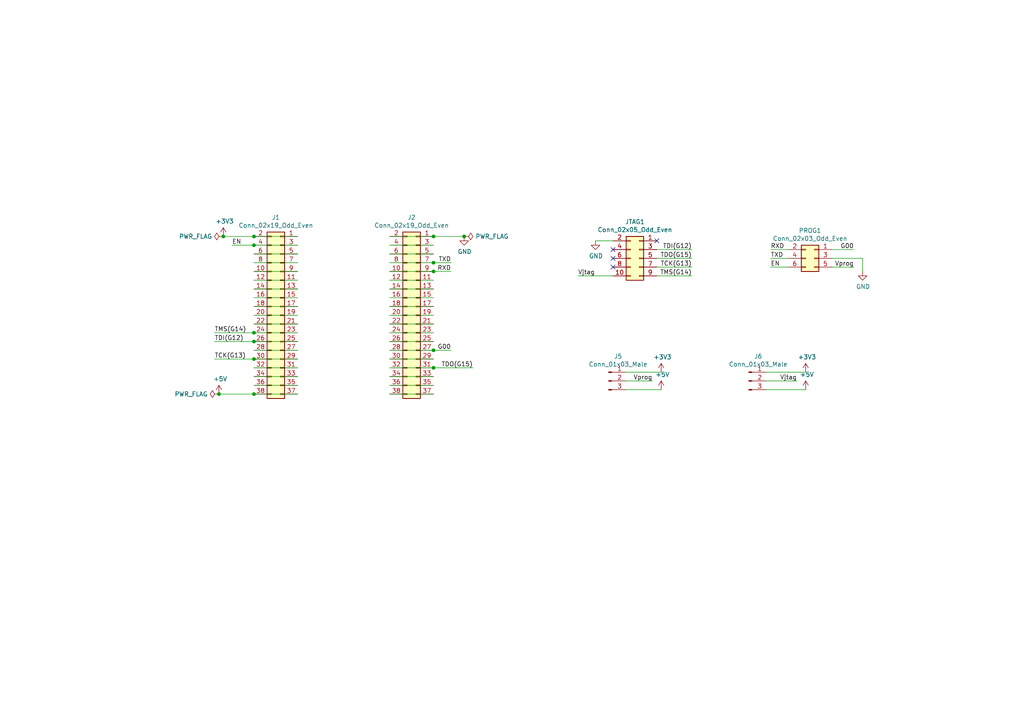
<source format=kicad_sch>
(kicad_sch (version 20211123) (generator eeschema)

  (uuid e10b5627-3247-4c86-b9f6-ef474ca11543)

  (paper "A4")

  (title_block
    (title "ESP32 JTAG Adapter")
    (date "2021-09-02")
    (rev "1.0")
    (comment 1 "/blob/master/docs/en/hw-reference/ESP-Prog_guide.rst")
    (comment 2 "https://github.com/espressif/esp-iot-solution")
  )

  (lib_symbols
    (symbol "Connector:Conn_01x03_Male" (pin_names (offset 1.016) hide) (in_bom yes) (on_board yes)
      (property "Reference" "J" (id 0) (at 0 5.08 0)
        (effects (font (size 1.27 1.27)))
      )
      (property "Value" "Conn_01x03_Male" (id 1) (at 0 -5.08 0)
        (effects (font (size 1.27 1.27)))
      )
      (property "Footprint" "" (id 2) (at 0 0 0)
        (effects (font (size 1.27 1.27)) hide)
      )
      (property "Datasheet" "~" (id 3) (at 0 0 0)
        (effects (font (size 1.27 1.27)) hide)
      )
      (property "ki_keywords" "connector" (id 4) (at 0 0 0)
        (effects (font (size 1.27 1.27)) hide)
      )
      (property "ki_description" "Generic connector, single row, 01x03, script generated (kicad-library-utils/schlib/autogen/connector/)" (id 5) (at 0 0 0)
        (effects (font (size 1.27 1.27)) hide)
      )
      (property "ki_fp_filters" "Connector*:*_1x??_*" (id 6) (at 0 0 0)
        (effects (font (size 1.27 1.27)) hide)
      )
      (symbol "Conn_01x03_Male_1_1"
        (polyline
          (pts
            (xy 1.27 -2.54)
            (xy 0.8636 -2.54)
          )
          (stroke (width 0.1524) (type default) (color 0 0 0 0))
          (fill (type none))
        )
        (polyline
          (pts
            (xy 1.27 0)
            (xy 0.8636 0)
          )
          (stroke (width 0.1524) (type default) (color 0 0 0 0))
          (fill (type none))
        )
        (polyline
          (pts
            (xy 1.27 2.54)
            (xy 0.8636 2.54)
          )
          (stroke (width 0.1524) (type default) (color 0 0 0 0))
          (fill (type none))
        )
        (rectangle (start 0.8636 -2.413) (end 0 -2.667)
          (stroke (width 0.1524) (type default) (color 0 0 0 0))
          (fill (type outline))
        )
        (rectangle (start 0.8636 0.127) (end 0 -0.127)
          (stroke (width 0.1524) (type default) (color 0 0 0 0))
          (fill (type outline))
        )
        (rectangle (start 0.8636 2.667) (end 0 2.413)
          (stroke (width 0.1524) (type default) (color 0 0 0 0))
          (fill (type outline))
        )
        (pin passive line (at 5.08 2.54 180) (length 3.81)
          (name "Pin_1" (effects (font (size 1.27 1.27))))
          (number "1" (effects (font (size 1.27 1.27))))
        )
        (pin passive line (at 5.08 0 180) (length 3.81)
          (name "Pin_2" (effects (font (size 1.27 1.27))))
          (number "2" (effects (font (size 1.27 1.27))))
        )
        (pin passive line (at 5.08 -2.54 180) (length 3.81)
          (name "Pin_3" (effects (font (size 1.27 1.27))))
          (number "3" (effects (font (size 1.27 1.27))))
        )
      )
    )
    (symbol "Connector_Generic:Conn_02x03_Odd_Even" (pin_names (offset 1.016) hide) (in_bom yes) (on_board yes)
      (property "Reference" "J" (id 0) (at 1.27 5.08 0)
        (effects (font (size 1.27 1.27)))
      )
      (property "Value" "Conn_02x03_Odd_Even" (id 1) (at 1.27 -5.08 0)
        (effects (font (size 1.27 1.27)))
      )
      (property "Footprint" "" (id 2) (at 0 0 0)
        (effects (font (size 1.27 1.27)) hide)
      )
      (property "Datasheet" "~" (id 3) (at 0 0 0)
        (effects (font (size 1.27 1.27)) hide)
      )
      (property "ki_keywords" "connector" (id 4) (at 0 0 0)
        (effects (font (size 1.27 1.27)) hide)
      )
      (property "ki_description" "Generic connector, double row, 02x03, odd/even pin numbering scheme (row 1 odd numbers, row 2 even numbers), script generated (kicad-library-utils/schlib/autogen/connector/)" (id 5) (at 0 0 0)
        (effects (font (size 1.27 1.27)) hide)
      )
      (property "ki_fp_filters" "Connector*:*_2x??_*" (id 6) (at 0 0 0)
        (effects (font (size 1.27 1.27)) hide)
      )
      (symbol "Conn_02x03_Odd_Even_1_1"
        (rectangle (start -1.27 -2.413) (end 0 -2.667)
          (stroke (width 0.1524) (type default) (color 0 0 0 0))
          (fill (type none))
        )
        (rectangle (start -1.27 0.127) (end 0 -0.127)
          (stroke (width 0.1524) (type default) (color 0 0 0 0))
          (fill (type none))
        )
        (rectangle (start -1.27 2.667) (end 0 2.413)
          (stroke (width 0.1524) (type default) (color 0 0 0 0))
          (fill (type none))
        )
        (rectangle (start -1.27 3.81) (end 3.81 -3.81)
          (stroke (width 0.254) (type default) (color 0 0 0 0))
          (fill (type background))
        )
        (rectangle (start 3.81 -2.413) (end 2.54 -2.667)
          (stroke (width 0.1524) (type default) (color 0 0 0 0))
          (fill (type none))
        )
        (rectangle (start 3.81 0.127) (end 2.54 -0.127)
          (stroke (width 0.1524) (type default) (color 0 0 0 0))
          (fill (type none))
        )
        (rectangle (start 3.81 2.667) (end 2.54 2.413)
          (stroke (width 0.1524) (type default) (color 0 0 0 0))
          (fill (type none))
        )
        (pin passive line (at -5.08 2.54 0) (length 3.81)
          (name "Pin_1" (effects (font (size 1.27 1.27))))
          (number "1" (effects (font (size 1.27 1.27))))
        )
        (pin passive line (at 7.62 2.54 180) (length 3.81)
          (name "Pin_2" (effects (font (size 1.27 1.27))))
          (number "2" (effects (font (size 1.27 1.27))))
        )
        (pin passive line (at -5.08 0 0) (length 3.81)
          (name "Pin_3" (effects (font (size 1.27 1.27))))
          (number "3" (effects (font (size 1.27 1.27))))
        )
        (pin passive line (at 7.62 0 180) (length 3.81)
          (name "Pin_4" (effects (font (size 1.27 1.27))))
          (number "4" (effects (font (size 1.27 1.27))))
        )
        (pin passive line (at -5.08 -2.54 0) (length 3.81)
          (name "Pin_5" (effects (font (size 1.27 1.27))))
          (number "5" (effects (font (size 1.27 1.27))))
        )
        (pin passive line (at 7.62 -2.54 180) (length 3.81)
          (name "Pin_6" (effects (font (size 1.27 1.27))))
          (number "6" (effects (font (size 1.27 1.27))))
        )
      )
    )
    (symbol "Connector_Generic:Conn_02x05_Odd_Even" (pin_names (offset 1.016) hide) (in_bom yes) (on_board yes)
      (property "Reference" "J" (id 0) (at 1.27 7.62 0)
        (effects (font (size 1.27 1.27)))
      )
      (property "Value" "Conn_02x05_Odd_Even" (id 1) (at 1.27 -7.62 0)
        (effects (font (size 1.27 1.27)))
      )
      (property "Footprint" "" (id 2) (at 0 0 0)
        (effects (font (size 1.27 1.27)) hide)
      )
      (property "Datasheet" "~" (id 3) (at 0 0 0)
        (effects (font (size 1.27 1.27)) hide)
      )
      (property "ki_keywords" "connector" (id 4) (at 0 0 0)
        (effects (font (size 1.27 1.27)) hide)
      )
      (property "ki_description" "Generic connector, double row, 02x05, odd/even pin numbering scheme (row 1 odd numbers, row 2 even numbers), script generated (kicad-library-utils/schlib/autogen/connector/)" (id 5) (at 0 0 0)
        (effects (font (size 1.27 1.27)) hide)
      )
      (property "ki_fp_filters" "Connector*:*_2x??_*" (id 6) (at 0 0 0)
        (effects (font (size 1.27 1.27)) hide)
      )
      (symbol "Conn_02x05_Odd_Even_1_1"
        (rectangle (start -1.27 -4.953) (end 0 -5.207)
          (stroke (width 0.1524) (type default) (color 0 0 0 0))
          (fill (type none))
        )
        (rectangle (start -1.27 -2.413) (end 0 -2.667)
          (stroke (width 0.1524) (type default) (color 0 0 0 0))
          (fill (type none))
        )
        (rectangle (start -1.27 0.127) (end 0 -0.127)
          (stroke (width 0.1524) (type default) (color 0 0 0 0))
          (fill (type none))
        )
        (rectangle (start -1.27 2.667) (end 0 2.413)
          (stroke (width 0.1524) (type default) (color 0 0 0 0))
          (fill (type none))
        )
        (rectangle (start -1.27 5.207) (end 0 4.953)
          (stroke (width 0.1524) (type default) (color 0 0 0 0))
          (fill (type none))
        )
        (rectangle (start -1.27 6.35) (end 3.81 -6.35)
          (stroke (width 0.254) (type default) (color 0 0 0 0))
          (fill (type background))
        )
        (rectangle (start 3.81 -4.953) (end 2.54 -5.207)
          (stroke (width 0.1524) (type default) (color 0 0 0 0))
          (fill (type none))
        )
        (rectangle (start 3.81 -2.413) (end 2.54 -2.667)
          (stroke (width 0.1524) (type default) (color 0 0 0 0))
          (fill (type none))
        )
        (rectangle (start 3.81 0.127) (end 2.54 -0.127)
          (stroke (width 0.1524) (type default) (color 0 0 0 0))
          (fill (type none))
        )
        (rectangle (start 3.81 2.667) (end 2.54 2.413)
          (stroke (width 0.1524) (type default) (color 0 0 0 0))
          (fill (type none))
        )
        (rectangle (start 3.81 5.207) (end 2.54 4.953)
          (stroke (width 0.1524) (type default) (color 0 0 0 0))
          (fill (type none))
        )
        (pin passive line (at -5.08 5.08 0) (length 3.81)
          (name "Pin_1" (effects (font (size 1.27 1.27))))
          (number "1" (effects (font (size 1.27 1.27))))
        )
        (pin passive line (at 7.62 -5.08 180) (length 3.81)
          (name "Pin_10" (effects (font (size 1.27 1.27))))
          (number "10" (effects (font (size 1.27 1.27))))
        )
        (pin passive line (at 7.62 5.08 180) (length 3.81)
          (name "Pin_2" (effects (font (size 1.27 1.27))))
          (number "2" (effects (font (size 1.27 1.27))))
        )
        (pin passive line (at -5.08 2.54 0) (length 3.81)
          (name "Pin_3" (effects (font (size 1.27 1.27))))
          (number "3" (effects (font (size 1.27 1.27))))
        )
        (pin passive line (at 7.62 2.54 180) (length 3.81)
          (name "Pin_4" (effects (font (size 1.27 1.27))))
          (number "4" (effects (font (size 1.27 1.27))))
        )
        (pin passive line (at -5.08 0 0) (length 3.81)
          (name "Pin_5" (effects (font (size 1.27 1.27))))
          (number "5" (effects (font (size 1.27 1.27))))
        )
        (pin passive line (at 7.62 0 180) (length 3.81)
          (name "Pin_6" (effects (font (size 1.27 1.27))))
          (number "6" (effects (font (size 1.27 1.27))))
        )
        (pin passive line (at -5.08 -2.54 0) (length 3.81)
          (name "Pin_7" (effects (font (size 1.27 1.27))))
          (number "7" (effects (font (size 1.27 1.27))))
        )
        (pin passive line (at 7.62 -2.54 180) (length 3.81)
          (name "Pin_8" (effects (font (size 1.27 1.27))))
          (number "8" (effects (font (size 1.27 1.27))))
        )
        (pin passive line (at -5.08 -5.08 0) (length 3.81)
          (name "Pin_9" (effects (font (size 1.27 1.27))))
          (number "9" (effects (font (size 1.27 1.27))))
        )
      )
    )
    (symbol "Connector_Generic:Conn_02x19_Odd_Even" (pin_names (offset 1.016) hide) (in_bom yes) (on_board yes)
      (property "Reference" "J" (id 0) (at 1.27 25.4 0)
        (effects (font (size 1.27 1.27)))
      )
      (property "Value" "Conn_02x19_Odd_Even" (id 1) (at 1.27 -25.4 0)
        (effects (font (size 1.27 1.27)))
      )
      (property "Footprint" "" (id 2) (at 0 0 0)
        (effects (font (size 1.27 1.27)) hide)
      )
      (property "Datasheet" "~" (id 3) (at 0 0 0)
        (effects (font (size 1.27 1.27)) hide)
      )
      (property "ki_keywords" "connector" (id 4) (at 0 0 0)
        (effects (font (size 1.27 1.27)) hide)
      )
      (property "ki_description" "Generic connector, double row, 02x19, odd/even pin numbering scheme (row 1 odd numbers, row 2 even numbers), script generated (kicad-library-utils/schlib/autogen/connector/)" (id 5) (at 0 0 0)
        (effects (font (size 1.27 1.27)) hide)
      )
      (property "ki_fp_filters" "Connector*:*_2x??_*" (id 6) (at 0 0 0)
        (effects (font (size 1.27 1.27)) hide)
      )
      (symbol "Conn_02x19_Odd_Even_1_1"
        (rectangle (start -1.27 -22.733) (end 0 -22.987)
          (stroke (width 0.1524) (type default) (color 0 0 0 0))
          (fill (type none))
        )
        (rectangle (start -1.27 -20.193) (end 0 -20.447)
          (stroke (width 0.1524) (type default) (color 0 0 0 0))
          (fill (type none))
        )
        (rectangle (start -1.27 -17.653) (end 0 -17.907)
          (stroke (width 0.1524) (type default) (color 0 0 0 0))
          (fill (type none))
        )
        (rectangle (start -1.27 -15.113) (end 0 -15.367)
          (stroke (width 0.1524) (type default) (color 0 0 0 0))
          (fill (type none))
        )
        (rectangle (start -1.27 -12.573) (end 0 -12.827)
          (stroke (width 0.1524) (type default) (color 0 0 0 0))
          (fill (type none))
        )
        (rectangle (start -1.27 -10.033) (end 0 -10.287)
          (stroke (width 0.1524) (type default) (color 0 0 0 0))
          (fill (type none))
        )
        (rectangle (start -1.27 -7.493) (end 0 -7.747)
          (stroke (width 0.1524) (type default) (color 0 0 0 0))
          (fill (type none))
        )
        (rectangle (start -1.27 -4.953) (end 0 -5.207)
          (stroke (width 0.1524) (type default) (color 0 0 0 0))
          (fill (type none))
        )
        (rectangle (start -1.27 -2.413) (end 0 -2.667)
          (stroke (width 0.1524) (type default) (color 0 0 0 0))
          (fill (type none))
        )
        (rectangle (start -1.27 0.127) (end 0 -0.127)
          (stroke (width 0.1524) (type default) (color 0 0 0 0))
          (fill (type none))
        )
        (rectangle (start -1.27 2.667) (end 0 2.413)
          (stroke (width 0.1524) (type default) (color 0 0 0 0))
          (fill (type none))
        )
        (rectangle (start -1.27 5.207) (end 0 4.953)
          (stroke (width 0.1524) (type default) (color 0 0 0 0))
          (fill (type none))
        )
        (rectangle (start -1.27 7.747) (end 0 7.493)
          (stroke (width 0.1524) (type default) (color 0 0 0 0))
          (fill (type none))
        )
        (rectangle (start -1.27 10.287) (end 0 10.033)
          (stroke (width 0.1524) (type default) (color 0 0 0 0))
          (fill (type none))
        )
        (rectangle (start -1.27 12.827) (end 0 12.573)
          (stroke (width 0.1524) (type default) (color 0 0 0 0))
          (fill (type none))
        )
        (rectangle (start -1.27 15.367) (end 0 15.113)
          (stroke (width 0.1524) (type default) (color 0 0 0 0))
          (fill (type none))
        )
        (rectangle (start -1.27 17.907) (end 0 17.653)
          (stroke (width 0.1524) (type default) (color 0 0 0 0))
          (fill (type none))
        )
        (rectangle (start -1.27 20.447) (end 0 20.193)
          (stroke (width 0.1524) (type default) (color 0 0 0 0))
          (fill (type none))
        )
        (rectangle (start -1.27 22.987) (end 0 22.733)
          (stroke (width 0.1524) (type default) (color 0 0 0 0))
          (fill (type none))
        )
        (rectangle (start -1.27 24.13) (end 3.81 -24.13)
          (stroke (width 0.254) (type default) (color 0 0 0 0))
          (fill (type background))
        )
        (rectangle (start 3.81 -22.733) (end 2.54 -22.987)
          (stroke (width 0.1524) (type default) (color 0 0 0 0))
          (fill (type none))
        )
        (rectangle (start 3.81 -20.193) (end 2.54 -20.447)
          (stroke (width 0.1524) (type default) (color 0 0 0 0))
          (fill (type none))
        )
        (rectangle (start 3.81 -17.653) (end 2.54 -17.907)
          (stroke (width 0.1524) (type default) (color 0 0 0 0))
          (fill (type none))
        )
        (rectangle (start 3.81 -15.113) (end 2.54 -15.367)
          (stroke (width 0.1524) (type default) (color 0 0 0 0))
          (fill (type none))
        )
        (rectangle (start 3.81 -12.573) (end 2.54 -12.827)
          (stroke (width 0.1524) (type default) (color 0 0 0 0))
          (fill (type none))
        )
        (rectangle (start 3.81 -10.033) (end 2.54 -10.287)
          (stroke (width 0.1524) (type default) (color 0 0 0 0))
          (fill (type none))
        )
        (rectangle (start 3.81 -7.493) (end 2.54 -7.747)
          (stroke (width 0.1524) (type default) (color 0 0 0 0))
          (fill (type none))
        )
        (rectangle (start 3.81 -4.953) (end 2.54 -5.207)
          (stroke (width 0.1524) (type default) (color 0 0 0 0))
          (fill (type none))
        )
        (rectangle (start 3.81 -2.413) (end 2.54 -2.667)
          (stroke (width 0.1524) (type default) (color 0 0 0 0))
          (fill (type none))
        )
        (rectangle (start 3.81 0.127) (end 2.54 -0.127)
          (stroke (width 0.1524) (type default) (color 0 0 0 0))
          (fill (type none))
        )
        (rectangle (start 3.81 2.667) (end 2.54 2.413)
          (stroke (width 0.1524) (type default) (color 0 0 0 0))
          (fill (type none))
        )
        (rectangle (start 3.81 5.207) (end 2.54 4.953)
          (stroke (width 0.1524) (type default) (color 0 0 0 0))
          (fill (type none))
        )
        (rectangle (start 3.81 7.747) (end 2.54 7.493)
          (stroke (width 0.1524) (type default) (color 0 0 0 0))
          (fill (type none))
        )
        (rectangle (start 3.81 10.287) (end 2.54 10.033)
          (stroke (width 0.1524) (type default) (color 0 0 0 0))
          (fill (type none))
        )
        (rectangle (start 3.81 12.827) (end 2.54 12.573)
          (stroke (width 0.1524) (type default) (color 0 0 0 0))
          (fill (type none))
        )
        (rectangle (start 3.81 15.367) (end 2.54 15.113)
          (stroke (width 0.1524) (type default) (color 0 0 0 0))
          (fill (type none))
        )
        (rectangle (start 3.81 17.907) (end 2.54 17.653)
          (stroke (width 0.1524) (type default) (color 0 0 0 0))
          (fill (type none))
        )
        (rectangle (start 3.81 20.447) (end 2.54 20.193)
          (stroke (width 0.1524) (type default) (color 0 0 0 0))
          (fill (type none))
        )
        (rectangle (start 3.81 22.987) (end 2.54 22.733)
          (stroke (width 0.1524) (type default) (color 0 0 0 0))
          (fill (type none))
        )
        (pin passive line (at -5.08 22.86 0) (length 3.81)
          (name "Pin_1" (effects (font (size 1.27 1.27))))
          (number "1" (effects (font (size 1.27 1.27))))
        )
        (pin passive line (at 7.62 12.7 180) (length 3.81)
          (name "Pin_10" (effects (font (size 1.27 1.27))))
          (number "10" (effects (font (size 1.27 1.27))))
        )
        (pin passive line (at -5.08 10.16 0) (length 3.81)
          (name "Pin_11" (effects (font (size 1.27 1.27))))
          (number "11" (effects (font (size 1.27 1.27))))
        )
        (pin passive line (at 7.62 10.16 180) (length 3.81)
          (name "Pin_12" (effects (font (size 1.27 1.27))))
          (number "12" (effects (font (size 1.27 1.27))))
        )
        (pin passive line (at -5.08 7.62 0) (length 3.81)
          (name "Pin_13" (effects (font (size 1.27 1.27))))
          (number "13" (effects (font (size 1.27 1.27))))
        )
        (pin passive line (at 7.62 7.62 180) (length 3.81)
          (name "Pin_14" (effects (font (size 1.27 1.27))))
          (number "14" (effects (font (size 1.27 1.27))))
        )
        (pin passive line (at -5.08 5.08 0) (length 3.81)
          (name "Pin_15" (effects (font (size 1.27 1.27))))
          (number "15" (effects (font (size 1.27 1.27))))
        )
        (pin passive line (at 7.62 5.08 180) (length 3.81)
          (name "Pin_16" (effects (font (size 1.27 1.27))))
          (number "16" (effects (font (size 1.27 1.27))))
        )
        (pin passive line (at -5.08 2.54 0) (length 3.81)
          (name "Pin_17" (effects (font (size 1.27 1.27))))
          (number "17" (effects (font (size 1.27 1.27))))
        )
        (pin passive line (at 7.62 2.54 180) (length 3.81)
          (name "Pin_18" (effects (font (size 1.27 1.27))))
          (number "18" (effects (font (size 1.27 1.27))))
        )
        (pin passive line (at -5.08 0 0) (length 3.81)
          (name "Pin_19" (effects (font (size 1.27 1.27))))
          (number "19" (effects (font (size 1.27 1.27))))
        )
        (pin passive line (at 7.62 22.86 180) (length 3.81)
          (name "Pin_2" (effects (font (size 1.27 1.27))))
          (number "2" (effects (font (size 1.27 1.27))))
        )
        (pin passive line (at 7.62 0 180) (length 3.81)
          (name "Pin_20" (effects (font (size 1.27 1.27))))
          (number "20" (effects (font (size 1.27 1.27))))
        )
        (pin passive line (at -5.08 -2.54 0) (length 3.81)
          (name "Pin_21" (effects (font (size 1.27 1.27))))
          (number "21" (effects (font (size 1.27 1.27))))
        )
        (pin passive line (at 7.62 -2.54 180) (length 3.81)
          (name "Pin_22" (effects (font (size 1.27 1.27))))
          (number "22" (effects (font (size 1.27 1.27))))
        )
        (pin passive line (at -5.08 -5.08 0) (length 3.81)
          (name "Pin_23" (effects (font (size 1.27 1.27))))
          (number "23" (effects (font (size 1.27 1.27))))
        )
        (pin passive line (at 7.62 -5.08 180) (length 3.81)
          (name "Pin_24" (effects (font (size 1.27 1.27))))
          (number "24" (effects (font (size 1.27 1.27))))
        )
        (pin passive line (at -5.08 -7.62 0) (length 3.81)
          (name "Pin_25" (effects (font (size 1.27 1.27))))
          (number "25" (effects (font (size 1.27 1.27))))
        )
        (pin passive line (at 7.62 -7.62 180) (length 3.81)
          (name "Pin_26" (effects (font (size 1.27 1.27))))
          (number "26" (effects (font (size 1.27 1.27))))
        )
        (pin passive line (at -5.08 -10.16 0) (length 3.81)
          (name "Pin_27" (effects (font (size 1.27 1.27))))
          (number "27" (effects (font (size 1.27 1.27))))
        )
        (pin passive line (at 7.62 -10.16 180) (length 3.81)
          (name "Pin_28" (effects (font (size 1.27 1.27))))
          (number "28" (effects (font (size 1.27 1.27))))
        )
        (pin passive line (at -5.08 -12.7 0) (length 3.81)
          (name "Pin_29" (effects (font (size 1.27 1.27))))
          (number "29" (effects (font (size 1.27 1.27))))
        )
        (pin passive line (at -5.08 20.32 0) (length 3.81)
          (name "Pin_3" (effects (font (size 1.27 1.27))))
          (number "3" (effects (font (size 1.27 1.27))))
        )
        (pin passive line (at 7.62 -12.7 180) (length 3.81)
          (name "Pin_30" (effects (font (size 1.27 1.27))))
          (number "30" (effects (font (size 1.27 1.27))))
        )
        (pin passive line (at -5.08 -15.24 0) (length 3.81)
          (name "Pin_31" (effects (font (size 1.27 1.27))))
          (number "31" (effects (font (size 1.27 1.27))))
        )
        (pin passive line (at 7.62 -15.24 180) (length 3.81)
          (name "Pin_32" (effects (font (size 1.27 1.27))))
          (number "32" (effects (font (size 1.27 1.27))))
        )
        (pin passive line (at -5.08 -17.78 0) (length 3.81)
          (name "Pin_33" (effects (font (size 1.27 1.27))))
          (number "33" (effects (font (size 1.27 1.27))))
        )
        (pin passive line (at 7.62 -17.78 180) (length 3.81)
          (name "Pin_34" (effects (font (size 1.27 1.27))))
          (number "34" (effects (font (size 1.27 1.27))))
        )
        (pin passive line (at -5.08 -20.32 0) (length 3.81)
          (name "Pin_35" (effects (font (size 1.27 1.27))))
          (number "35" (effects (font (size 1.27 1.27))))
        )
        (pin passive line (at 7.62 -20.32 180) (length 3.81)
          (name "Pin_36" (effects (font (size 1.27 1.27))))
          (number "36" (effects (font (size 1.27 1.27))))
        )
        (pin passive line (at -5.08 -22.86 0) (length 3.81)
          (name "Pin_37" (effects (font (size 1.27 1.27))))
          (number "37" (effects (font (size 1.27 1.27))))
        )
        (pin passive line (at 7.62 -22.86 180) (length 3.81)
          (name "Pin_38" (effects (font (size 1.27 1.27))))
          (number "38" (effects (font (size 1.27 1.27))))
        )
        (pin passive line (at 7.62 20.32 180) (length 3.81)
          (name "Pin_4" (effects (font (size 1.27 1.27))))
          (number "4" (effects (font (size 1.27 1.27))))
        )
        (pin passive line (at -5.08 17.78 0) (length 3.81)
          (name "Pin_5" (effects (font (size 1.27 1.27))))
          (number "5" (effects (font (size 1.27 1.27))))
        )
        (pin passive line (at 7.62 17.78 180) (length 3.81)
          (name "Pin_6" (effects (font (size 1.27 1.27))))
          (number "6" (effects (font (size 1.27 1.27))))
        )
        (pin passive line (at -5.08 15.24 0) (length 3.81)
          (name "Pin_7" (effects (font (size 1.27 1.27))))
          (number "7" (effects (font (size 1.27 1.27))))
        )
        (pin passive line (at 7.62 15.24 180) (length 3.81)
          (name "Pin_8" (effects (font (size 1.27 1.27))))
          (number "8" (effects (font (size 1.27 1.27))))
        )
        (pin passive line (at -5.08 12.7 0) (length 3.81)
          (name "Pin_9" (effects (font (size 1.27 1.27))))
          (number "9" (effects (font (size 1.27 1.27))))
        )
      )
    )
    (symbol "power:+3.3V" (power) (pin_names (offset 0)) (in_bom yes) (on_board yes)
      (property "Reference" "#PWR" (id 0) (at 0 -3.81 0)
        (effects (font (size 1.27 1.27)) hide)
      )
      (property "Value" "+3.3V" (id 1) (at 0 3.556 0)
        (effects (font (size 1.27 1.27)))
      )
      (property "Footprint" "" (id 2) (at 0 0 0)
        (effects (font (size 1.27 1.27)) hide)
      )
      (property "Datasheet" "" (id 3) (at 0 0 0)
        (effects (font (size 1.27 1.27)) hide)
      )
      (property "ki_keywords" "power-flag" (id 4) (at 0 0 0)
        (effects (font (size 1.27 1.27)) hide)
      )
      (property "ki_description" "Power symbol creates a global label with name \"+3.3V\"" (id 5) (at 0 0 0)
        (effects (font (size 1.27 1.27)) hide)
      )
      (symbol "+3.3V_0_1"
        (polyline
          (pts
            (xy -0.762 1.27)
            (xy 0 2.54)
          )
          (stroke (width 0) (type default) (color 0 0 0 0))
          (fill (type none))
        )
        (polyline
          (pts
            (xy 0 0)
            (xy 0 2.54)
          )
          (stroke (width 0) (type default) (color 0 0 0 0))
          (fill (type none))
        )
        (polyline
          (pts
            (xy 0 2.54)
            (xy 0.762 1.27)
          )
          (stroke (width 0) (type default) (color 0 0 0 0))
          (fill (type none))
        )
      )
      (symbol "+3.3V_1_1"
        (pin power_in line (at 0 0 90) (length 0) hide
          (name "+3V3" (effects (font (size 1.27 1.27))))
          (number "1" (effects (font (size 1.27 1.27))))
        )
      )
    )
    (symbol "power:+5V" (power) (pin_names (offset 0)) (in_bom yes) (on_board yes)
      (property "Reference" "#PWR" (id 0) (at 0 -3.81 0)
        (effects (font (size 1.27 1.27)) hide)
      )
      (property "Value" "+5V" (id 1) (at 0 3.556 0)
        (effects (font (size 1.27 1.27)))
      )
      (property "Footprint" "" (id 2) (at 0 0 0)
        (effects (font (size 1.27 1.27)) hide)
      )
      (property "Datasheet" "" (id 3) (at 0 0 0)
        (effects (font (size 1.27 1.27)) hide)
      )
      (property "ki_keywords" "power-flag" (id 4) (at 0 0 0)
        (effects (font (size 1.27 1.27)) hide)
      )
      (property "ki_description" "Power symbol creates a global label with name \"+5V\"" (id 5) (at 0 0 0)
        (effects (font (size 1.27 1.27)) hide)
      )
      (symbol "+5V_0_1"
        (polyline
          (pts
            (xy -0.762 1.27)
            (xy 0 2.54)
          )
          (stroke (width 0) (type default) (color 0 0 0 0))
          (fill (type none))
        )
        (polyline
          (pts
            (xy 0 0)
            (xy 0 2.54)
          )
          (stroke (width 0) (type default) (color 0 0 0 0))
          (fill (type none))
        )
        (polyline
          (pts
            (xy 0 2.54)
            (xy 0.762 1.27)
          )
          (stroke (width 0) (type default) (color 0 0 0 0))
          (fill (type none))
        )
      )
      (symbol "+5V_1_1"
        (pin power_in line (at 0 0 90) (length 0) hide
          (name "+5V" (effects (font (size 1.27 1.27))))
          (number "1" (effects (font (size 1.27 1.27))))
        )
      )
    )
    (symbol "power:GND" (power) (pin_names (offset 0)) (in_bom yes) (on_board yes)
      (property "Reference" "#PWR" (id 0) (at 0 -6.35 0)
        (effects (font (size 1.27 1.27)) hide)
      )
      (property "Value" "GND" (id 1) (at 0 -3.81 0)
        (effects (font (size 1.27 1.27)))
      )
      (property "Footprint" "" (id 2) (at 0 0 0)
        (effects (font (size 1.27 1.27)) hide)
      )
      (property "Datasheet" "" (id 3) (at 0 0 0)
        (effects (font (size 1.27 1.27)) hide)
      )
      (property "ki_keywords" "power-flag" (id 4) (at 0 0 0)
        (effects (font (size 1.27 1.27)) hide)
      )
      (property "ki_description" "Power symbol creates a global label with name \"GND\" , ground" (id 5) (at 0 0 0)
        (effects (font (size 1.27 1.27)) hide)
      )
      (symbol "GND_0_1"
        (polyline
          (pts
            (xy 0 0)
            (xy 0 -1.27)
            (xy 1.27 -1.27)
            (xy 0 -2.54)
            (xy -1.27 -1.27)
            (xy 0 -1.27)
          )
          (stroke (width 0) (type default) (color 0 0 0 0))
          (fill (type none))
        )
      )
      (symbol "GND_1_1"
        (pin power_in line (at 0 0 270) (length 0) hide
          (name "GND" (effects (font (size 1.27 1.27))))
          (number "1" (effects (font (size 1.27 1.27))))
        )
      )
    )
    (symbol "power:PWR_FLAG" (power) (pin_numbers hide) (pin_names (offset 0) hide) (in_bom yes) (on_board yes)
      (property "Reference" "#FLG" (id 0) (at 0 1.905 0)
        (effects (font (size 1.27 1.27)) hide)
      )
      (property "Value" "PWR_FLAG" (id 1) (at 0 3.81 0)
        (effects (font (size 1.27 1.27)))
      )
      (property "Footprint" "" (id 2) (at 0 0 0)
        (effects (font (size 1.27 1.27)) hide)
      )
      (property "Datasheet" "~" (id 3) (at 0 0 0)
        (effects (font (size 1.27 1.27)) hide)
      )
      (property "ki_keywords" "power-flag" (id 4) (at 0 0 0)
        (effects (font (size 1.27 1.27)) hide)
      )
      (property "ki_description" "Special symbol for telling ERC where power comes from" (id 5) (at 0 0 0)
        (effects (font (size 1.27 1.27)) hide)
      )
      (symbol "PWR_FLAG_0_0"
        (pin power_out line (at 0 0 90) (length 0)
          (name "pwr" (effects (font (size 1.27 1.27))))
          (number "1" (effects (font (size 1.27 1.27))))
        )
      )
      (symbol "PWR_FLAG_0_1"
        (polyline
          (pts
            (xy 0 0)
            (xy 0 1.27)
            (xy -1.016 1.905)
            (xy 0 2.54)
            (xy 1.016 1.905)
            (xy 0 1.27)
          )
          (stroke (width 0) (type default) (color 0 0 0 0))
          (fill (type none))
        )
      )
    )
  )

  (junction (at 64.77 68.58) (diameter 0) (color 0 0 0 0)
    (uuid 0c3dceba-7c95-4b3d-b590-0eb581444beb)
  )
  (junction (at 73.66 99.06) (diameter 0) (color 0 0 0 0)
    (uuid 0ff508fd-18da-4ab7-9844-3c8a28c2587e)
  )
  (junction (at 73.66 96.52) (diameter 0) (color 0 0 0 0)
    (uuid 21ae9c3a-7138-444e-be38-56a4842ab594)
  )
  (junction (at 125.73 106.68) (diameter 0) (color 0 0 0 0)
    (uuid 4a21e717-d46d-4d9e-8b98-af4ecb02d3ec)
  )
  (junction (at 73.66 71.12) (diameter 0) (color 0 0 0 0)
    (uuid 63ff1c93-3f96-4c33-b498-5dd8c33bccc0)
  )
  (junction (at 125.73 78.74) (diameter 0) (color 0 0 0 0)
    (uuid 6ec113ca-7d27-4b14-a180-1e5e2fd1c167)
  )
  (junction (at 63.5 114.3) (diameter 0) (color 0 0 0 0)
    (uuid 770ad51a-7219-4633-b24a-bd20feb0a6c5)
  )
  (junction (at 125.73 68.58) (diameter 0) (color 0 0 0 0)
    (uuid a27eb049-c992-4f11-a026-1e6a8d9d0160)
  )
  (junction (at 125.73 101.6) (diameter 0) (color 0 0 0 0)
    (uuid a5cd8da1-8f7f-4f80-bb23-0317de562222)
  )
  (junction (at 73.66 104.14) (diameter 0) (color 0 0 0 0)
    (uuid c7e7067c-5f5e-48d8-ab59-df26f9b35863)
  )
  (junction (at 134.62 68.58) (diameter 0) (color 0 0 0 0)
    (uuid cdfb07af-801b-44ba-8c30-d021a6ad3039)
  )
  (junction (at 125.73 76.2) (diameter 0) (color 0 0 0 0)
    (uuid df32840e-2912-4088-b54c-9a85f64c0265)
  )
  (junction (at 73.66 68.58) (diameter 0) (color 0 0 0 0)
    (uuid e21aa84b-970e-47cf-b64f-3b55ee0e1b51)
  )
  (junction (at 73.66 114.3) (diameter 0) (color 0 0 0 0)
    (uuid f202141e-c20d-4cac-b016-06a44f2ecce8)
  )

  (no_connect (at 177.8 77.47) (uuid 10109f84-4940-47f8-8640-91f185ac9bc1))
  (no_connect (at 190.5 69.85) (uuid 55e740a3-0735-4744-896e-2bf5437093b9))
  (no_connect (at 177.8 74.93) (uuid 71c31975-2c45-4d18-a25a-18e07a55d11e))
  (no_connect (at 177.8 72.39) (uuid 746ba970-8279-4e7b-aed3-f28687777c21))

  (wire (pts (xy 64.77 68.58) (xy 73.66 68.58))
    (stroke (width 0) (type default) (color 0 0 0 0))
    (uuid 01e9b6e7-adf9-4ee7-9447-a588630ee4a2)
  )
  (wire (pts (xy 73.66 114.3) (xy 86.36 114.3))
    (stroke (width 0) (type default) (color 0 0 0 0))
    (uuid 03caada9-9e22-4e2d-9035-b15433dfbb17)
  )
  (wire (pts (xy 113.03 106.68) (xy 125.73 106.68))
    (stroke (width 0) (type default) (color 0 0 0 0))
    (uuid 0755aee5-bc01-4cb5-b830-583289df50a3)
  )
  (wire (pts (xy 113.03 71.12) (xy 125.73 71.12))
    (stroke (width 0) (type default) (color 0 0 0 0))
    (uuid 13c0ff76-ed71-4cd9-abb0-92c376825d5d)
  )
  (wire (pts (xy 62.23 104.14) (xy 73.66 104.14))
    (stroke (width 0) (type default) (color 0 0 0 0))
    (uuid 14769dc5-8525-4984-8b15-a734ee247efa)
  )
  (wire (pts (xy 222.25 107.95) (xy 233.68 107.95))
    (stroke (width 0) (type default) (color 0 0 0 0))
    (uuid 182b2d54-931d-49d6-9f39-60a752623e36)
  )
  (wire (pts (xy 73.66 88.9) (xy 86.36 88.9))
    (stroke (width 0) (type default) (color 0 0 0 0))
    (uuid 1e8701fc-ad24-40ea-846a-e3db538d6077)
  )
  (wire (pts (xy 73.66 99.06) (xy 86.36 99.06))
    (stroke (width 0) (type default) (color 0 0 0 0))
    (uuid 1f3003e6-dce5-420f-906b-3f1e92b67249)
  )
  (wire (pts (xy 73.66 86.36) (xy 86.36 86.36))
    (stroke (width 0) (type default) (color 0 0 0 0))
    (uuid 25d545dc-8f50-4573-922c-35ef5a2a3a19)
  )
  (wire (pts (xy 223.52 77.47) (xy 228.6 77.47))
    (stroke (width 0) (type default) (color 0 0 0 0))
    (uuid 2e642b3e-a476-4c54-9a52-dcea955640cd)
  )
  (wire (pts (xy 113.03 68.58) (xy 125.73 68.58))
    (stroke (width 0) (type default) (color 0 0 0 0))
    (uuid 378af8b4-af3d-46e7-89ae-deff12ca9067)
  )
  (wire (pts (xy 73.66 68.58) (xy 86.36 68.58))
    (stroke (width 0) (type default) (color 0 0 0 0))
    (uuid 40976bf0-19de-460f-ad64-224d4f51e16b)
  )
  (wire (pts (xy 250.19 78.74) (xy 250.19 74.93))
    (stroke (width 0) (type default) (color 0 0 0 0))
    (uuid 4780a290-d25c-4459-9579-eba3f7678762)
  )
  (wire (pts (xy 181.61 113.03) (xy 191.77 113.03))
    (stroke (width 0) (type default) (color 0 0 0 0))
    (uuid 47baf4b1-0938-497d-88f9-671136aa8be7)
  )
  (wire (pts (xy 113.03 104.14) (xy 125.73 104.14))
    (stroke (width 0) (type default) (color 0 0 0 0))
    (uuid 4fb21471-41be-4be8-9687-66030f97befc)
  )
  (wire (pts (xy 223.52 74.93) (xy 228.6 74.93))
    (stroke (width 0) (type default) (color 0 0 0 0))
    (uuid 5038e144-5119-49db-b6cf-f7c345f1cf03)
  )
  (wire (pts (xy 190.5 77.47) (xy 200.66 77.47))
    (stroke (width 0) (type default) (color 0 0 0 0))
    (uuid 5fc27c35-3e1c-4f96-817c-93b5570858a6)
  )
  (wire (pts (xy 113.03 111.76) (xy 125.73 111.76))
    (stroke (width 0) (type default) (color 0 0 0 0))
    (uuid 60dcd1fe-7079-4cb8-b509-04558ccf5097)
  )
  (wire (pts (xy 73.66 109.22) (xy 86.36 109.22))
    (stroke (width 0) (type default) (color 0 0 0 0))
    (uuid 639c0e59-e95c-4114-bccd-2e7277505454)
  )
  (wire (pts (xy 113.03 81.28) (xy 125.73 81.28))
    (stroke (width 0) (type default) (color 0 0 0 0))
    (uuid 68877d35-b796-44db-9124-b8e744e7412e)
  )
  (wire (pts (xy 62.23 99.06) (xy 73.66 99.06))
    (stroke (width 0) (type default) (color 0 0 0 0))
    (uuid 6a45789b-3855-401f-8139-3c734f7f52f9)
  )
  (wire (pts (xy 125.73 106.68) (xy 137.16 106.68))
    (stroke (width 0) (type default) (color 0 0 0 0))
    (uuid 6c9b793c-e74d-4754-a2c0-901e73b26f1c)
  )
  (wire (pts (xy 113.03 91.44) (xy 125.73 91.44))
    (stroke (width 0) (type default) (color 0 0 0 0))
    (uuid 6d26d68f-1ca7-4ff3-b058-272f1c399047)
  )
  (wire (pts (xy 113.03 96.52) (xy 125.73 96.52))
    (stroke (width 0) (type default) (color 0 0 0 0))
    (uuid 70e15522-1572-4451-9c0d-6d36ac70d8c6)
  )
  (wire (pts (xy 113.03 101.6) (xy 125.73 101.6))
    (stroke (width 0) (type default) (color 0 0 0 0))
    (uuid 7599133e-c681-4202-85d9-c20dac196c64)
  )
  (wire (pts (xy 222.25 113.03) (xy 233.68 113.03))
    (stroke (width 0) (type default) (color 0 0 0 0))
    (uuid 77ed3941-d133-4aef-a9af-5a39322d14eb)
  )
  (wire (pts (xy 241.3 72.39) (xy 247.65 72.39))
    (stroke (width 0) (type default) (color 0 0 0 0))
    (uuid 7e023245-2c2b-4e2b-bfb9-5d35176e88f2)
  )
  (wire (pts (xy 113.03 76.2) (xy 125.73 76.2))
    (stroke (width 0) (type default) (color 0 0 0 0))
    (uuid 8412992d-8754-44de-9e08-115cec1a3eff)
  )
  (wire (pts (xy 125.73 101.6) (xy 130.81 101.6))
    (stroke (width 0) (type default) (color 0 0 0 0))
    (uuid 85b7594c-358f-454b-b2ad-dd0b1d67ed76)
  )
  (wire (pts (xy 247.65 77.47) (xy 241.3 77.47))
    (stroke (width 0) (type default) (color 0 0 0 0))
    (uuid 87371631-aa02-498a-998a-09bdb74784c1)
  )
  (wire (pts (xy 73.66 96.52) (xy 86.36 96.52))
    (stroke (width 0) (type default) (color 0 0 0 0))
    (uuid 8c514922-ffe1-4e37-a260-e807409f2e0d)
  )
  (wire (pts (xy 73.66 111.76) (xy 86.36 111.76))
    (stroke (width 0) (type default) (color 0 0 0 0))
    (uuid 8ca3e20d-bcc7-4c5e-9deb-562dfed9fecb)
  )
  (wire (pts (xy 167.64 80.01) (xy 177.8 80.01))
    (stroke (width 0) (type default) (color 0 0 0 0))
    (uuid 8e06ba1f-e3ba-4eb9-a10e-887dffd566d6)
  )
  (wire (pts (xy 113.03 88.9) (xy 125.73 88.9))
    (stroke (width 0) (type default) (color 0 0 0 0))
    (uuid 911bdcbe-493f-4e21-a506-7cbc636e2c17)
  )
  (wire (pts (xy 172.72 69.85) (xy 177.8 69.85))
    (stroke (width 0) (type default) (color 0 0 0 0))
    (uuid 9b0a1687-7e1b-4a04-a30b-c27a072a2949)
  )
  (wire (pts (xy 73.66 71.12) (xy 86.36 71.12))
    (stroke (width 0) (type default) (color 0 0 0 0))
    (uuid 9e1b837f-0d34-4a18-9644-9ee68f141f46)
  )
  (wire (pts (xy 113.03 86.36) (xy 125.73 86.36))
    (stroke (width 0) (type default) (color 0 0 0 0))
    (uuid 9f8381e9-3077-4453-a480-a01ad9c1a940)
  )
  (wire (pts (xy 73.66 106.68) (xy 86.36 106.68))
    (stroke (width 0) (type default) (color 0 0 0 0))
    (uuid a15a7506-eae4-4933-84da-9ad754258706)
  )
  (wire (pts (xy 63.5 114.3) (xy 73.66 114.3))
    (stroke (width 0) (type default) (color 0 0 0 0))
    (uuid a17904b9-135e-4dae-ae20-401c7787de72)
  )
  (wire (pts (xy 190.5 80.01) (xy 200.66 80.01))
    (stroke (width 0) (type default) (color 0 0 0 0))
    (uuid a690fc6c-55d9-47e6-b533-faa4b67e20f3)
  )
  (wire (pts (xy 223.52 72.39) (xy 228.6 72.39))
    (stroke (width 0) (type default) (color 0 0 0 0))
    (uuid ac264c30-3e9a-4be2-b97a-9949b68bd497)
  )
  (wire (pts (xy 73.66 78.74) (xy 86.36 78.74))
    (stroke (width 0) (type default) (color 0 0 0 0))
    (uuid aca4de92-9c41-4c2b-9afa-540d02dafa1c)
  )
  (wire (pts (xy 62.23 96.52) (xy 73.66 96.52))
    (stroke (width 0) (type default) (color 0 0 0 0))
    (uuid b1086f75-01ba-4188-8d36-75a9e2828ca9)
  )
  (wire (pts (xy 113.03 83.82) (xy 125.73 83.82))
    (stroke (width 0) (type default) (color 0 0 0 0))
    (uuid b96fe6ac-3535-4455-ab88-ed77f5e46d6e)
  )
  (wire (pts (xy 181.61 107.95) (xy 191.77 107.95))
    (stroke (width 0) (type default) (color 0 0 0 0))
    (uuid bd065eaf-e495-4837-bdb3-129934de1fc7)
  )
  (wire (pts (xy 73.66 73.66) (xy 86.36 73.66))
    (stroke (width 0) (type default) (color 0 0 0 0))
    (uuid c01d25cd-f4bb-4ef3-b5ea-533a2a4ddb2b)
  )
  (wire (pts (xy 222.25 110.49) (xy 231.14 110.49))
    (stroke (width 0) (type default) (color 0 0 0 0))
    (uuid c022004a-c968-410e-b59e-fbab0e561e9d)
  )
  (wire (pts (xy 190.5 72.39) (xy 200.66 72.39))
    (stroke (width 0) (type default) (color 0 0 0 0))
    (uuid c144caa5-b0d4-4cef-840a-d4ad178a2102)
  )
  (wire (pts (xy 73.66 93.98) (xy 86.36 93.98))
    (stroke (width 0) (type default) (color 0 0 0 0))
    (uuid c25a772d-af9c-4ebc-96f6-0966738c13a8)
  )
  (wire (pts (xy 113.03 78.74) (xy 125.73 78.74))
    (stroke (width 0) (type default) (color 0 0 0 0))
    (uuid c332fa55-4168-4f55-88a5-f82c7c21040b)
  )
  (wire (pts (xy 73.66 81.28) (xy 86.36 81.28))
    (stroke (width 0) (type default) (color 0 0 0 0))
    (uuid c43663ee-9a0d-4f27-a292-89ba89964065)
  )
  (wire (pts (xy 113.03 114.3) (xy 125.73 114.3))
    (stroke (width 0) (type default) (color 0 0 0 0))
    (uuid c5eb1e4c-ce83-470e-8f32-e20ff1f886a3)
  )
  (wire (pts (xy 73.66 83.82) (xy 86.36 83.82))
    (stroke (width 0) (type default) (color 0 0 0 0))
    (uuid c830e3bc-dc64-4f65-8f47-3b106bae2807)
  )
  (wire (pts (xy 73.66 101.6) (xy 86.36 101.6))
    (stroke (width 0) (type default) (color 0 0 0 0))
    (uuid c8c79177-94d4-43e2-a654-f0a5554fbb68)
  )
  (wire (pts (xy 125.73 78.74) (xy 130.81 78.74))
    (stroke (width 0) (type default) (color 0 0 0 0))
    (uuid cbdcaa78-3bbc-413f-91bf-2709119373ce)
  )
  (wire (pts (xy 73.66 104.14) (xy 86.36 104.14))
    (stroke (width 0) (type default) (color 0 0 0 0))
    (uuid d3c11c8f-a73d-4211-934b-a6da255728ad)
  )
  (wire (pts (xy 113.03 93.98) (xy 125.73 93.98))
    (stroke (width 0) (type default) (color 0 0 0 0))
    (uuid d3d7e298-1d39-4294-a3ab-c84cc0dc5e5a)
  )
  (wire (pts (xy 73.66 91.44) (xy 86.36 91.44))
    (stroke (width 0) (type default) (color 0 0 0 0))
    (uuid d5641ac9-9be7-46bf-90b3-6c83d852b5ba)
  )
  (wire (pts (xy 73.66 76.2) (xy 86.36 76.2))
    (stroke (width 0) (type default) (color 0 0 0 0))
    (uuid d7269d2a-b8c0-422d-8f25-f79ea31bf75e)
  )
  (wire (pts (xy 125.73 76.2) (xy 130.81 76.2))
    (stroke (width 0) (type default) (color 0 0 0 0))
    (uuid d8603679-3e7b-4337-8dbc-1827f5f54d8a)
  )
  (wire (pts (xy 113.03 99.06) (xy 125.73 99.06))
    (stroke (width 0) (type default) (color 0 0 0 0))
    (uuid dde51ae5-b215-445e-92bb-4a12ec410531)
  )
  (wire (pts (xy 241.3 74.93) (xy 250.19 74.93))
    (stroke (width 0) (type default) (color 0 0 0 0))
    (uuid df68c26a-03b5-4466-aecf-ba34b7dce6b7)
  )
  (wire (pts (xy 125.73 68.58) (xy 134.62 68.58))
    (stroke (width 0) (type default) (color 0 0 0 0))
    (uuid e615f7aa-337e-474d-9615-2ad82b1c44ca)
  )
  (wire (pts (xy 113.03 109.22) (xy 125.73 109.22))
    (stroke (width 0) (type default) (color 0 0 0 0))
    (uuid ec31c074-17b2-48e1-ab01-071acad3fa04)
  )
  (wire (pts (xy 67.31 71.12) (xy 73.66 71.12))
    (stroke (width 0) (type default) (color 0 0 0 0))
    (uuid ef8fe2ac-6a7f-4682-9418-b801a1b10a3b)
  )
  (wire (pts (xy 190.5 74.93) (xy 200.66 74.93))
    (stroke (width 0) (type default) (color 0 0 0 0))
    (uuid efeac2a2-7682-4dc7-83ee-f6f1b23da506)
  )
  (wire (pts (xy 181.61 110.49) (xy 189.23 110.49))
    (stroke (width 0) (type default) (color 0 0 0 0))
    (uuid f4f99e3d-7269-4f6a-a759-16ad2a258779)
  )
  (wire (pts (xy 113.03 73.66) (xy 125.73 73.66))
    (stroke (width 0) (type default) (color 0 0 0 0))
    (uuid ffd175d1-912a-4224-be1e-a8198680f46b)
  )

  (label "TMS(G14)" (at 200.66 80.01 180)
    (effects (font (size 1.27 1.27)) (justify right bottom))
    (uuid 127679a9-3981-4934-815e-896a4e3ff56e)
  )
  (label "G00" (at 130.81 101.6 180)
    (effects (font (size 1.27 1.27)) (justify right bottom))
    (uuid 16bd6381-8ac0-4bf2-9dce-ecc20c724b8d)
  )
  (label "TDI(G12)" (at 62.23 99.06 0)
    (effects (font (size 1.27 1.27)) (justify left bottom))
    (uuid 19c56563-5fe3-442a-885b-418dbc2421eb)
  )
  (label "RXD" (at 130.81 78.74 180)
    (effects (font (size 1.27 1.27)) (justify right bottom))
    (uuid 1e1b062d-fad0-427c-a622-c5b8a80b5268)
  )
  (label "TXD" (at 130.81 76.2 180)
    (effects (font (size 1.27 1.27)) (justify right bottom))
    (uuid 30f15357-ce1d-48b9-93dc-7d9b1b2aa048)
  )
  (label "EN" (at 223.52 77.47 0)
    (effects (font (size 1.27 1.27)) (justify left bottom))
    (uuid 3b838d52-596d-4e4d-a6ac-e4c8e7621137)
  )
  (label "Vprog" (at 247.65 77.47 180)
    (effects (font (size 1.27 1.27)) (justify right bottom))
    (uuid 40165eda-4ba6-4565-9bb4-b9df6dbb08da)
  )
  (label "TMS(G14)" (at 62.23 96.52 0)
    (effects (font (size 1.27 1.27)) (justify left bottom))
    (uuid 44d8279a-9cd1-4db6-856f-0363131605fc)
  )
  (label "TCK(G13)" (at 200.66 77.47 180)
    (effects (font (size 1.27 1.27)) (justify right bottom))
    (uuid 48ab88d7-7084-4d02-b109-3ad55a30bb11)
  )
  (label "Vjtag" (at 167.64 80.01 0)
    (effects (font (size 1.27 1.27)) (justify left bottom))
    (uuid 4f66b314-0f62-4fb6-8c3c-f9c6a75cd3ec)
  )
  (label "EN" (at 67.31 71.12 0)
    (effects (font (size 1.27 1.27)) (justify left bottom))
    (uuid 4fb02e58-160a-4a39-9f22-d0c75e82ee72)
  )
  (label "TDO(G15)" (at 200.66 74.93 180)
    (effects (font (size 1.27 1.27)) (justify right bottom))
    (uuid 54365317-1355-4216-bb75-829375abc4ec)
  )
  (label "RXD" (at 223.52 72.39 0)
    (effects (font (size 1.27 1.27)) (justify left bottom))
    (uuid 66116376-6967-4178-9f23-a26cdeafc400)
  )
  (label "TDI(G12)" (at 200.66 72.39 180)
    (effects (font (size 1.27 1.27)) (justify right bottom))
    (uuid 716e31c5-485f-40b5-88e3-a75900da9811)
  )
  (label "TXD" (at 223.52 74.93 0)
    (effects (font (size 1.27 1.27)) (justify left bottom))
    (uuid 749dfe75-c0d6-4872-9330-29c5bbcb8ff8)
  )
  (label "TDO(G15)" (at 137.16 106.68 180)
    (effects (font (size 1.27 1.27)) (justify right bottom))
    (uuid a3e4f0ae-9f86-49e9-b386-ed8b42e012fb)
  )
  (label "Vprog" (at 189.23 110.49 180)
    (effects (font (size 1.27 1.27)) (justify right bottom))
    (uuid babeabf2-f3b0-4ed5-8d9e-0215947e6cf3)
  )
  (label "TCK(G13)" (at 62.23 104.14 0)
    (effects (font (size 1.27 1.27)) (justify left bottom))
    (uuid e43dbe34-ed17-4e35-a5c7-2f1679b3c415)
  )
  (label "Vjtag" (at 231.14 110.49 180)
    (effects (font (size 1.27 1.27)) (justify right bottom))
    (uuid e8c50f1b-c316-4110-9cce-5c24c65a1eaa)
  )
  (label "G00" (at 247.65 72.39 180)
    (effects (font (size 1.27 1.27)) (justify right bottom))
    (uuid eb667eea-300e-4ca7-8a6f-4b00de80cd45)
  )

  (symbol (lib_id "Connector_Generic:Conn_02x19_Odd_Even") (at 120.65 91.44 0) (mirror y) (unit 1)
    (in_bom yes) (on_board yes)
    (uuid 00000000-0000-0000-0000-0000612f8fa6)
    (property "Reference" "J2" (id 0) (at 119.38 63.0682 0))
    (property "Value" "Conn_02x19_Odd_Even" (id 1) (at 119.38 65.3796 0))
    (property "Footprint" "Connector_PinSocket_2.54mm:PinSocket_2x19_P2.54mm_Vertical" (id 2) (at 120.65 91.44 0)
      (effects (font (size 1.27 1.27)) hide)
    )
    (property "Datasheet" "~" (id 3) (at 120.65 91.44 0)
      (effects (font (size 1.27 1.27)) hide)
    )
    (pin "1" (uuid 7fef405d-ca78-4f8d-bd79-df2d069c1083))
    (pin "10" (uuid 14e7c10a-7fd9-4c3f-874b-d2157fae5c51))
    (pin "11" (uuid ff241e45-ad71-468a-af34-530f0c7608e6))
    (pin "12" (uuid 49c767de-a00f-44ca-892a-35681a6ce407))
    (pin "13" (uuid 34470289-4440-4673-9391-29f3b63c9d4e))
    (pin "14" (uuid dd57d2b3-b428-4b17-b11f-f41dc0dc89df))
    (pin "15" (uuid 127fdd2f-a00b-4a29-ac3a-0ec3273c394d))
    (pin "16" (uuid 2117a3f9-e97c-4bcb-9b64-e1c117c48868))
    (pin "17" (uuid dbf1513c-e9b5-400b-9887-d606f94fafc3))
    (pin "18" (uuid 54d930a3-6789-4970-8c04-37b1e3735d44))
    (pin "19" (uuid c2c6715a-0af5-425e-b2b9-3289443cd060))
    (pin "2" (uuid ca7c20db-12e9-46c9-b599-e63b880c8634))
    (pin "20" (uuid 542e0680-623e-434b-880e-71cc75d79c8b))
    (pin "21" (uuid 037a0ca0-3a32-42a7-8c02-31a6dbb9d080))
    (pin "22" (uuid daa31ec8-6692-4f9c-99ae-f075cfad029e))
    (pin "23" (uuid a4eceb1a-04a1-4b07-96c5-822fb51444b9))
    (pin "24" (uuid 1abd061e-d5cc-4a20-af2d-482b0a0336a1))
    (pin "25" (uuid b964ce25-3498-4e73-9d5e-dd5794ac386c))
    (pin "26" (uuid bffa46f7-73a2-4053-a12e-5b39871e0982))
    (pin "27" (uuid 358bb74b-36fb-4238-89e3-084c014dd90e))
    (pin "28" (uuid f701839a-88fc-4935-befa-f16fe6ff7b7e))
    (pin "29" (uuid a523ead0-abd8-4a4a-b95b-99c2c447e5cb))
    (pin "3" (uuid f53a652c-f2dd-42cb-9fd6-0668fc98cd53))
    (pin "30" (uuid 2d82ba8f-5777-45b1-9618-ce5f8a5ae9b0))
    (pin "31" (uuid ebf3e3be-00af-45cf-ab19-1b41cc0270b2))
    (pin "32" (uuid 52add8c2-54ad-497b-a9ce-63c7e830db49))
    (pin "33" (uuid 2d606f03-9d25-4cf6-96f3-f1039fcdc328))
    (pin "34" (uuid d3eebfbd-492f-46ad-b64d-6f0736e89695))
    (pin "35" (uuid d82f4461-9dec-4c34-82ab-ab1339778cb3))
    (pin "36" (uuid 835d3711-3671-4773-8800-4a5892bf1f9a))
    (pin "37" (uuid 40925187-d3e4-499f-b309-f2328a77e7d9))
    (pin "38" (uuid e5c29cf5-fc0b-425d-bf70-e87a84da8b56))
    (pin "4" (uuid 02319f68-48b5-4011-9d1f-4e9a3e678633))
    (pin "5" (uuid cc520cb7-f043-428f-b548-7f3a4b5e4dfa))
    (pin "6" (uuid b9649dd2-ebb9-4321-96ee-5e73f53e9bf3))
    (pin "7" (uuid bdf31114-8cd9-4a97-8220-bf959ba6b46e))
    (pin "8" (uuid a286f5fa-8c00-4f3c-b458-f606ed11aec4))
    (pin "9" (uuid bdaa52d1-7cb2-407a-b4c1-5d93ac076eb5))
  )

  (symbol (lib_id "Connector_Generic:Conn_02x19_Odd_Even") (at 81.28 91.44 0) (mirror y) (unit 1)
    (in_bom yes) (on_board yes)
    (uuid 00000000-0000-0000-0000-0000612fcbcc)
    (property "Reference" "J1" (id 0) (at 80.01 63.0682 0))
    (property "Value" "Conn_02x19_Odd_Even" (id 1) (at 80.01 65.3796 0))
    (property "Footprint" "Connector_PinSocket_2.54mm:PinSocket_2x19_P2.54mm_Vertical" (id 2) (at 81.28 91.44 0)
      (effects (font (size 1.27 1.27)) hide)
    )
    (property "Datasheet" "~" (id 3) (at 81.28 91.44 0)
      (effects (font (size 1.27 1.27)) hide)
    )
    (pin "1" (uuid 739609af-b6cd-435e-9508-bf2af1bca4d4))
    (pin "10" (uuid f297c95d-d526-45d5-8df3-33ae870c43cf))
    (pin "11" (uuid 4af041a3-f9b0-47e3-a6d9-29f6b0266613))
    (pin "12" (uuid 176b5ae0-cd63-465e-b171-79f1e32aba0d))
    (pin "13" (uuid 4c8bf83f-1788-455b-8376-f4dfd6744487))
    (pin "14" (uuid 28c37e32-cbf9-49df-b0f0-f2327a7cfeed))
    (pin "15" (uuid 555378be-6f6d-411a-b50e-5bb1c2407303))
    (pin "16" (uuid 61694b61-65e9-49fc-b80c-adbad830c0df))
    (pin "17" (uuid b13466c1-a705-455a-9283-5b9d58799e42))
    (pin "18" (uuid 91c08a2d-91b1-4509-8b08-c16e82fc7154))
    (pin "19" (uuid 567c3f17-3990-4ce6-ad80-506a1af2016c))
    (pin "2" (uuid 6ac77f4f-0425-4edc-9b9a-a070dcd6ce6b))
    (pin "20" (uuid c2de845c-2cb8-48e8-a503-557437747dac))
    (pin "21" (uuid 25091ecf-375b-47b5-a001-5774e0f1c67c))
    (pin "22" (uuid 062449b5-17eb-40bf-8fd8-c3da6187d593))
    (pin "23" (uuid 67a546fb-10ad-45e7-a821-0eefc36c2539))
    (pin "24" (uuid d4314823-092e-4dda-9b5c-162370dc81a0))
    (pin "25" (uuid ab6e9928-cd12-47d4-bed1-c311a3fbc530))
    (pin "26" (uuid abccb0bb-8940-4380-af23-bc54e3738458))
    (pin "27" (uuid b816767d-94a6-4307-ae0f-9ba9c3b7509f))
    (pin "28" (uuid be3a3bf8-7ebc-4ff9-89c7-f7a7d0390fea))
    (pin "29" (uuid 5d708b1d-f53e-4c26-a11a-dd207e069a6f))
    (pin "3" (uuid bd93ff56-c7fd-45d2-9d0e-0991c5dd8b33))
    (pin "30" (uuid 5bdfc5d6-04f4-4524-a2fb-c03088d555b2))
    (pin "31" (uuid cec8ccbc-5608-4813-ac32-152661d90d72))
    (pin "32" (uuid da6b5147-d382-4141-a26f-67accdf657a5))
    (pin "33" (uuid b2cbe51d-4661-4f19-bf2c-e8e328d6b91e))
    (pin "34" (uuid eb41001c-cdf1-4211-b412-b160a79b633d))
    (pin "35" (uuid 890982cb-e795-406d-ab5c-308e48905ac4))
    (pin "36" (uuid 197d4ec6-152f-48d3-8de3-c7e1a65a1182))
    (pin "37" (uuid b478c57b-e6ce-4958-a83f-ab9afa0d67d5))
    (pin "38" (uuid 2c191ae3-d5d4-48c1-91b8-a3661b1bbcdf))
    (pin "4" (uuid d0fab771-e78b-4697-a3ea-3c86c2d54cd0))
    (pin "5" (uuid 448458c6-28d1-4ce1-90d2-c1c26c74c093))
    (pin "6" (uuid 6e9560ef-a84d-4aca-a55a-29fbf1c49330))
    (pin "7" (uuid 487e8f5e-72de-44b3-aa88-e4b709ae770a))
    (pin "8" (uuid 9c8c6abb-5d6d-4d51-94f1-59a2c5a8cc1f))
    (pin "9" (uuid dab3594c-9246-4a69-9a4c-d34cba176b77))
  )

  (symbol (lib_id "Connector_Generic:Conn_02x05_Odd_Even") (at 185.42 74.93 0) (mirror y) (unit 1)
    (in_bom yes) (on_board yes)
    (uuid 00000000-0000-0000-0000-0000612fdc12)
    (property "Reference" "JTAG1" (id 0) (at 184.15 64.3382 0))
    (property "Value" "Conn_02x05_Odd_Even" (id 1) (at 184.15 66.6496 0))
    (property "Footprint" "Connector_PinSocket_2.54mm:PinSocket_2x05_P2.54mm_Vertical" (id 2) (at 185.42 74.93 0)
      (effects (font (size 1.27 1.27)) hide)
    )
    (property "Datasheet" "~" (id 3) (at 185.42 74.93 0)
      (effects (font (size 1.27 1.27)) hide)
    )
    (pin "1" (uuid b6b0b082-3ad5-486d-9247-7e4db31838ef))
    (pin "10" (uuid 6a2b63d3-b52c-4af8-b72e-63fe811d3d24))
    (pin "2" (uuid 68cc97a1-6c76-411f-a28b-36162918d55d))
    (pin "3" (uuid 4013842c-f594-4f18-a07a-785be971cdaf))
    (pin "4" (uuid 20c401b1-c1bb-42cd-8ef2-fd89663a6cf3))
    (pin "5" (uuid d1594cc0-0357-4de5-8d76-bb3a044297b2))
    (pin "6" (uuid d500cfb3-be5f-4c90-8432-d0e5e29eda2a))
    (pin "7" (uuid a7098063-91db-4dae-8c97-631051e8de0e))
    (pin "8" (uuid 47b3834c-8a87-4af3-9143-c88b9cd89304))
    (pin "9" (uuid adc74667-5dec-4b95-9d35-ffc7db9ad260))
  )

  (symbol (lib_id "Connector_Generic:Conn_02x03_Odd_Even") (at 236.22 74.93 0) (mirror y) (unit 1)
    (in_bom yes) (on_board yes)
    (uuid 00000000-0000-0000-0000-000061300dfb)
    (property "Reference" "PROG1" (id 0) (at 234.95 66.8782 0))
    (property "Value" "Conn_02x03_Odd_Even" (id 1) (at 234.95 69.1896 0))
    (property "Footprint" "Connector_PinSocket_2.54mm:PinSocket_2x03_P2.54mm_Vertical" (id 2) (at 236.22 74.93 0)
      (effects (font (size 1.27 1.27)) hide)
    )
    (property "Datasheet" "~" (id 3) (at 236.22 74.93 0)
      (effects (font (size 1.27 1.27)) hide)
    )
    (pin "1" (uuid 4dda760d-b121-4d11-80fd-1aaed226f6fc))
    (pin "2" (uuid 2559bfb0-db58-4d81-9aed-6ce3593482b1))
    (pin "3" (uuid 59c3f569-b4ba-42ac-9174-23832c848449))
    (pin "4" (uuid a72628da-f0e4-47b4-aa55-a276fe6cc5c1))
    (pin "5" (uuid 9e0b7d56-2e3f-4b77-a4d9-8c8c2862236e))
    (pin "6" (uuid df9e3f95-dfaf-4f80-af20-ed852fde36f4))
  )

  (symbol (lib_id "power:PWR_FLAG") (at 64.77 68.58 90) (unit 1)
    (in_bom yes) (on_board yes)
    (uuid 00000000-0000-0000-0000-00006131b733)
    (property "Reference" "#FLG0101" (id 0) (at 62.865 68.58 0)
      (effects (font (size 1.27 1.27)) hide)
    )
    (property "Value" "PWR_FLAG" (id 1) (at 61.5442 68.58 90)
      (effects (font (size 1.27 1.27)) (justify left))
    )
    (property "Footprint" "" (id 2) (at 64.77 68.58 0)
      (effects (font (size 1.27 1.27)) hide)
    )
    (property "Datasheet" "~" (id 3) (at 64.77 68.58 0)
      (effects (font (size 1.27 1.27)) hide)
    )
    (pin "1" (uuid ef634953-07b1-4270-8563-b065ada35c33))
  )

  (symbol (lib_id "power:PWR_FLAG") (at 63.5 114.3 90) (unit 1)
    (in_bom yes) (on_board yes)
    (uuid 00000000-0000-0000-0000-00006131caa7)
    (property "Reference" "#FLG0102" (id 0) (at 61.595 114.3 0)
      (effects (font (size 1.27 1.27)) hide)
    )
    (property "Value" "PWR_FLAG" (id 1) (at 60.2742 114.3 90)
      (effects (font (size 1.27 1.27)) (justify left))
    )
    (property "Footprint" "" (id 2) (at 63.5 114.3 0)
      (effects (font (size 1.27 1.27)) hide)
    )
    (property "Datasheet" "~" (id 3) (at 63.5 114.3 0)
      (effects (font (size 1.27 1.27)) hide)
    )
    (pin "1" (uuid e6ae3a1d-eab0-40af-9df2-a48f93d869b4))
  )

  (symbol (lib_id "power:PWR_FLAG") (at 134.62 68.58 270) (unit 1)
    (in_bom yes) (on_board yes)
    (uuid 00000000-0000-0000-0000-00006131cbe1)
    (property "Reference" "#FLG0103" (id 0) (at 136.525 68.58 0)
      (effects (font (size 1.27 1.27)) hide)
    )
    (property "Value" "PWR_FLAG" (id 1) (at 137.8712 68.58 90)
      (effects (font (size 1.27 1.27)) (justify left))
    )
    (property "Footprint" "" (id 2) (at 134.62 68.58 0)
      (effects (font (size 1.27 1.27)) hide)
    )
    (property "Datasheet" "~" (id 3) (at 134.62 68.58 0)
      (effects (font (size 1.27 1.27)) hide)
    )
    (pin "1" (uuid dfa2a769-f265-4abf-8a69-63fdf0c35c5f))
  )

  (symbol (lib_id "Connector:Conn_01x03_Male") (at 176.53 110.49 0) (unit 1)
    (in_bom yes) (on_board yes)
    (uuid 00000000-0000-0000-0000-0000613765b4)
    (property "Reference" "J5" (id 0) (at 179.2732 103.3526 0))
    (property "Value" "Conn_01x03_Male" (id 1) (at 179.2732 105.664 0))
    (property "Footprint" "Connector_PinHeader_2.54mm:PinHeader_1x03_P2.54mm_Vertical" (id 2) (at 176.53 110.49 0)
      (effects (font (size 1.27 1.27)) hide)
    )
    (property "Datasheet" "~" (id 3) (at 176.53 110.49 0)
      (effects (font (size 1.27 1.27)) hide)
    )
    (pin "1" (uuid 231fa3e0-05b2-4c9e-adb3-dc22e5fc21a8))
    (pin "2" (uuid fc3ca677-79f2-42b6-a5b3-ff3b18df1d6c))
    (pin "3" (uuid 3bbb4083-ee9c-48ff-889e-b97d0c9d1e30))
  )

  (symbol (lib_id "Connector:Conn_01x03_Male") (at 217.17 110.49 0) (unit 1)
    (in_bom yes) (on_board yes)
    (uuid 00000000-0000-0000-0000-00006137b4d7)
    (property "Reference" "J6" (id 0) (at 219.9132 103.3526 0))
    (property "Value" "Conn_01x03_Male" (id 1) (at 219.9132 105.664 0))
    (property "Footprint" "Connector_PinHeader_2.54mm:PinHeader_1x03_P2.54mm_Vertical" (id 2) (at 217.17 110.49 0)
      (effects (font (size 1.27 1.27)) hide)
    )
    (property "Datasheet" "~" (id 3) (at 217.17 110.49 0)
      (effects (font (size 1.27 1.27)) hide)
    )
    (pin "1" (uuid 5a5e12c1-9b8e-4895-b251-403c1eb19c78))
    (pin "2" (uuid 1e77d05a-47c6-4779-a271-263f4100b67f))
    (pin "3" (uuid ca8a6f63-ced2-431b-8d67-cde2c87fde26))
  )

  (symbol (lib_id "power:+3.3V") (at 233.68 107.95 0) (unit 1)
    (in_bom yes) (on_board yes)
    (uuid 00000000-0000-0000-0000-00006143ec35)
    (property "Reference" "#PWR09" (id 0) (at 233.68 111.76 0)
      (effects (font (size 1.27 1.27)) hide)
    )
    (property "Value" "+3.3V" (id 1) (at 234.061 103.5558 0))
    (property "Footprint" "" (id 2) (at 233.68 107.95 0)
      (effects (font (size 1.27 1.27)) hide)
    )
    (property "Datasheet" "" (id 3) (at 233.68 107.95 0)
      (effects (font (size 1.27 1.27)) hide)
    )
    (pin "1" (uuid f35ffc5a-a0db-48b3-8868-05ae02aee2b2))
  )

  (symbol (lib_id "power:+3.3V") (at 191.77 107.95 0) (unit 1)
    (in_bom yes) (on_board yes)
    (uuid 00000000-0000-0000-0000-00006143f6c6)
    (property "Reference" "#PWR08" (id 0) (at 191.77 111.76 0)
      (effects (font (size 1.27 1.27)) hide)
    )
    (property "Value" "+3.3V" (id 1) (at 192.151 103.5558 0))
    (property "Footprint" "" (id 2) (at 191.77 107.95 0)
      (effects (font (size 1.27 1.27)) hide)
    )
    (property "Datasheet" "" (id 3) (at 191.77 107.95 0)
      (effects (font (size 1.27 1.27)) hide)
    )
    (pin "1" (uuid 84d9c686-cfb8-45e3-96ca-ce4ba0200ee3))
  )

  (symbol (lib_id "power:+3.3V") (at 64.77 68.58 0) (unit 1)
    (in_bom yes) (on_board yes)
    (uuid 00000000-0000-0000-0000-000061440825)
    (property "Reference" "#PWR02" (id 0) (at 64.77 72.39 0)
      (effects (font (size 1.27 1.27)) hide)
    )
    (property "Value" "+3.3V" (id 1) (at 65.151 64.1858 0))
    (property "Footprint" "" (id 2) (at 64.77 68.58 0)
      (effects (font (size 1.27 1.27)) hide)
    )
    (property "Datasheet" "" (id 3) (at 64.77 68.58 0)
      (effects (font (size 1.27 1.27)) hide)
    )
    (pin "1" (uuid 6c0ebf80-b468-40b9-a2c0-2ff1ef9f2bab))
  )

  (symbol (lib_id "power:+5V") (at 63.5 114.3 0) (unit 1)
    (in_bom yes) (on_board yes)
    (uuid 00000000-0000-0000-0000-000061443e35)
    (property "Reference" "#PWR01" (id 0) (at 63.5 118.11 0)
      (effects (font (size 1.27 1.27)) hide)
    )
    (property "Value" "+5V" (id 1) (at 63.881 109.9058 0))
    (property "Footprint" "" (id 2) (at 63.5 114.3 0)
      (effects (font (size 1.27 1.27)) hide)
    )
    (property "Datasheet" "" (id 3) (at 63.5 114.3 0)
      (effects (font (size 1.27 1.27)) hide)
    )
    (pin "1" (uuid d40983b3-4dfe-4f11-a1a4-4dd9df5f5460))
  )

  (symbol (lib_id "power:+5V") (at 191.77 113.03 0) (unit 1)
    (in_bom yes) (on_board yes)
    (uuid 00000000-0000-0000-0000-000061446e31)
    (property "Reference" "#PWR012" (id 0) (at 191.77 116.84 0)
      (effects (font (size 1.27 1.27)) hide)
    )
    (property "Value" "+5V" (id 1) (at 192.151 108.6358 0))
    (property "Footprint" "" (id 2) (at 191.77 113.03 0)
      (effects (font (size 1.27 1.27)) hide)
    )
    (property "Datasheet" "" (id 3) (at 191.77 113.03 0)
      (effects (font (size 1.27 1.27)) hide)
    )
    (pin "1" (uuid 4650a564-8737-42dd-93b7-7d6beb7c51e3))
  )

  (symbol (lib_id "power:+5V") (at 233.68 113.03 0) (unit 1)
    (in_bom yes) (on_board yes)
    (uuid 00000000-0000-0000-0000-00006144949f)
    (property "Reference" "#PWR013" (id 0) (at 233.68 116.84 0)
      (effects (font (size 1.27 1.27)) hide)
    )
    (property "Value" "+5V" (id 1) (at 234.061 108.6358 0))
    (property "Footprint" "" (id 2) (at 233.68 113.03 0)
      (effects (font (size 1.27 1.27)) hide)
    )
    (property "Datasheet" "" (id 3) (at 233.68 113.03 0)
      (effects (font (size 1.27 1.27)) hide)
    )
    (pin "1" (uuid 7d4b3007-700f-4d99-8036-8b2ac9569f47))
  )

  (symbol (lib_id "power:GND") (at 134.62 68.58 0) (unit 1)
    (in_bom yes) (on_board yes)
    (uuid 00000000-0000-0000-0000-00006144c221)
    (property "Reference" "#PWR03" (id 0) (at 134.62 74.93 0)
      (effects (font (size 1.27 1.27)) hide)
    )
    (property "Value" "GND" (id 1) (at 134.747 72.9742 0))
    (property "Footprint" "" (id 2) (at 134.62 68.58 0)
      (effects (font (size 1.27 1.27)) hide)
    )
    (property "Datasheet" "" (id 3) (at 134.62 68.58 0)
      (effects (font (size 1.27 1.27)) hide)
    )
    (pin "1" (uuid 9100ee31-69db-435b-a193-135b1ec4ff35))
  )

  (symbol (lib_id "power:GND") (at 250.19 78.74 0) (unit 1)
    (in_bom yes) (on_board yes)
    (uuid 00000000-0000-0000-0000-00006145149d)
    (property "Reference" "#PWR06" (id 0) (at 250.19 85.09 0)
      (effects (font (size 1.27 1.27)) hide)
    )
    (property "Value" "GND" (id 1) (at 250.317 83.1342 0))
    (property "Footprint" "" (id 2) (at 250.19 78.74 0)
      (effects (font (size 1.27 1.27)) hide)
    )
    (property "Datasheet" "" (id 3) (at 250.19 78.74 0)
      (effects (font (size 1.27 1.27)) hide)
    )
    (pin "1" (uuid 16866a64-c8d3-4fa6-87e7-e15e690191a6))
  )

  (symbol (lib_id "power:GND") (at 172.72 69.85 0) (unit 1)
    (in_bom yes) (on_board yes)
    (uuid 00000000-0000-0000-0000-000061451bdc)
    (property "Reference" "#PWR05" (id 0) (at 172.72 76.2 0)
      (effects (font (size 1.27 1.27)) hide)
    )
    (property "Value" "GND" (id 1) (at 172.847 74.2442 0))
    (property "Footprint" "" (id 2) (at 172.72 69.85 0)
      (effects (font (size 1.27 1.27)) hide)
    )
    (property "Datasheet" "" (id 3) (at 172.72 69.85 0)
      (effects (font (size 1.27 1.27)) hide)
    )
    (pin "1" (uuid 33d36a7e-9cbe-4fb7-a346-26c79a244b1a))
  )

  (sheet_instances
    (path "/" (page "1"))
  )

  (symbol_instances
    (path "/00000000-0000-0000-0000-00006131b733"
      (reference "#FLG0101") (unit 1) (value "PWR_FLAG") (footprint "")
    )
    (path "/00000000-0000-0000-0000-00006131caa7"
      (reference "#FLG0102") (unit 1) (value "PWR_FLAG") (footprint "")
    )
    (path "/00000000-0000-0000-0000-00006131cbe1"
      (reference "#FLG0103") (unit 1) (value "PWR_FLAG") (footprint "")
    )
    (path "/00000000-0000-0000-0000-000061443e35"
      (reference "#PWR01") (unit 1) (value "+5V") (footprint "")
    )
    (path "/00000000-0000-0000-0000-000061440825"
      (reference "#PWR02") (unit 1) (value "+3.3V") (footprint "")
    )
    (path "/00000000-0000-0000-0000-00006144c221"
      (reference "#PWR03") (unit 1) (value "GND") (footprint "")
    )
    (path "/00000000-0000-0000-0000-000061451bdc"
      (reference "#PWR05") (unit 1) (value "GND") (footprint "")
    )
    (path "/00000000-0000-0000-0000-00006145149d"
      (reference "#PWR06") (unit 1) (value "GND") (footprint "")
    )
    (path "/00000000-0000-0000-0000-00006143f6c6"
      (reference "#PWR08") (unit 1) (value "+3.3V") (footprint "")
    )
    (path "/00000000-0000-0000-0000-00006143ec35"
      (reference "#PWR09") (unit 1) (value "+3.3V") (footprint "")
    )
    (path "/00000000-0000-0000-0000-000061446e31"
      (reference "#PWR012") (unit 1) (value "+5V") (footprint "")
    )
    (path "/00000000-0000-0000-0000-00006144949f"
      (reference "#PWR013") (unit 1) (value "+5V") (footprint "")
    )
    (path "/00000000-0000-0000-0000-0000612fcbcc"
      (reference "J1") (unit 1) (value "Conn_02x19_Odd_Even") (footprint "Connector_PinSocket_2.54mm:PinSocket_2x19_P2.54mm_Vertical")
    )
    (path "/00000000-0000-0000-0000-0000612f8fa6"
      (reference "J2") (unit 1) (value "Conn_02x19_Odd_Even") (footprint "Connector_PinSocket_2.54mm:PinSocket_2x19_P2.54mm_Vertical")
    )
    (path "/00000000-0000-0000-0000-0000613765b4"
      (reference "J5") (unit 1) (value "Conn_01x03_Male") (footprint "Connector_PinHeader_2.54mm:PinHeader_1x03_P2.54mm_Vertical")
    )
    (path "/00000000-0000-0000-0000-00006137b4d7"
      (reference "J6") (unit 1) (value "Conn_01x03_Male") (footprint "Connector_PinHeader_2.54mm:PinHeader_1x03_P2.54mm_Vertical")
    )
    (path "/00000000-0000-0000-0000-0000612fdc12"
      (reference "JTAG1") (unit 1) (value "Conn_02x05_Odd_Even") (footprint "Connector_PinSocket_2.54mm:PinSocket_2x05_P2.54mm_Vertical")
    )
    (path "/00000000-0000-0000-0000-000061300dfb"
      (reference "PROG1") (unit 1) (value "Conn_02x03_Odd_Even") (footprint "Connector_PinSocket_2.54mm:PinSocket_2x03_P2.54mm_Vertical")
    )
  )
)

</source>
